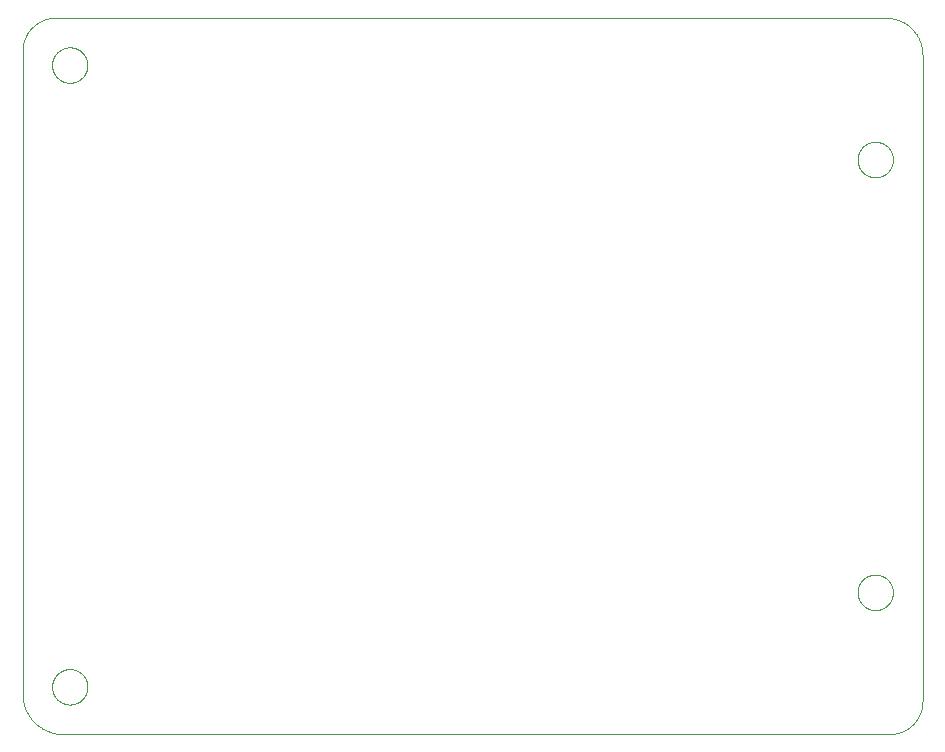
<source format=gko>
G75*
%MOIN*%
%OFA0B0*%
%FSLAX25Y25*%
%IPPOS*%
%LPD*%
%AMOC8*
5,1,8,0,0,1.08239X$1,22.5*
%
%ADD10C,0.00000*%
D10*
X0022500Y0029942D02*
X0022500Y0244322D01*
X0022503Y0244586D01*
X0022513Y0244850D01*
X0022529Y0245113D01*
X0022551Y0245377D01*
X0022580Y0245639D01*
X0022615Y0245901D01*
X0022656Y0246161D01*
X0022704Y0246421D01*
X0022757Y0246680D01*
X0022817Y0246937D01*
X0022884Y0247192D01*
X0022956Y0247446D01*
X0023035Y0247698D01*
X0023119Y0247948D01*
X0023210Y0248196D01*
X0023307Y0248442D01*
X0023409Y0248685D01*
X0023517Y0248926D01*
X0023632Y0249164D01*
X0023752Y0249400D01*
X0023877Y0249632D01*
X0024008Y0249861D01*
X0024145Y0250087D01*
X0024287Y0250310D01*
X0024434Y0250529D01*
X0024587Y0250744D01*
X0024744Y0250956D01*
X0024907Y0251164D01*
X0025075Y0251368D01*
X0025248Y0251567D01*
X0025425Y0251763D01*
X0025607Y0251954D01*
X0025794Y0252141D01*
X0025985Y0252323D01*
X0026181Y0252500D01*
X0026380Y0252673D01*
X0026584Y0252841D01*
X0026792Y0253004D01*
X0027004Y0253161D01*
X0027219Y0253314D01*
X0027438Y0253461D01*
X0027661Y0253603D01*
X0027887Y0253740D01*
X0028116Y0253871D01*
X0028348Y0253996D01*
X0028584Y0254116D01*
X0028822Y0254231D01*
X0029063Y0254339D01*
X0029306Y0254441D01*
X0029552Y0254538D01*
X0029800Y0254629D01*
X0030050Y0254713D01*
X0030302Y0254792D01*
X0030556Y0254864D01*
X0030811Y0254931D01*
X0031068Y0254991D01*
X0031327Y0255044D01*
X0031587Y0255092D01*
X0031847Y0255133D01*
X0032109Y0255168D01*
X0032371Y0255197D01*
X0032635Y0255219D01*
X0032898Y0255235D01*
X0033162Y0255245D01*
X0033426Y0255248D01*
X0310270Y0255248D01*
X0310566Y0255244D01*
X0310861Y0255234D01*
X0311156Y0255216D01*
X0311450Y0255191D01*
X0311744Y0255159D01*
X0312037Y0255120D01*
X0312329Y0255073D01*
X0312620Y0255020D01*
X0312909Y0254960D01*
X0313197Y0254893D01*
X0313483Y0254818D01*
X0313767Y0254737D01*
X0314049Y0254649D01*
X0314329Y0254555D01*
X0314607Y0254453D01*
X0314882Y0254345D01*
X0315154Y0254230D01*
X0315424Y0254109D01*
X0315690Y0253981D01*
X0315954Y0253847D01*
X0316214Y0253707D01*
X0316470Y0253560D01*
X0316723Y0253407D01*
X0316972Y0253248D01*
X0317217Y0253083D01*
X0317459Y0252912D01*
X0317696Y0252736D01*
X0317928Y0252553D01*
X0318156Y0252366D01*
X0318380Y0252172D01*
X0318599Y0251974D01*
X0318813Y0251770D01*
X0319022Y0251561D01*
X0319226Y0251347D01*
X0319424Y0251128D01*
X0319618Y0250904D01*
X0319805Y0250676D01*
X0319988Y0250444D01*
X0320164Y0250207D01*
X0320335Y0249965D01*
X0320500Y0249720D01*
X0320659Y0249471D01*
X0320812Y0249218D01*
X0320959Y0248962D01*
X0321099Y0248702D01*
X0321233Y0248438D01*
X0321361Y0248172D01*
X0321482Y0247902D01*
X0321597Y0247630D01*
X0321705Y0247355D01*
X0321807Y0247077D01*
X0321901Y0246797D01*
X0321989Y0246515D01*
X0322070Y0246231D01*
X0322145Y0245945D01*
X0322212Y0245657D01*
X0322272Y0245368D01*
X0322325Y0245077D01*
X0322372Y0244785D01*
X0322411Y0244492D01*
X0322443Y0244198D01*
X0322468Y0243904D01*
X0322486Y0243609D01*
X0322496Y0243314D01*
X0322500Y0243018D01*
X0322500Y0027506D01*
X0322497Y0027240D01*
X0322487Y0026974D01*
X0322471Y0026709D01*
X0322449Y0026444D01*
X0322420Y0026179D01*
X0322385Y0025916D01*
X0322343Y0025653D01*
X0322295Y0025391D01*
X0322241Y0025131D01*
X0322180Y0024872D01*
X0322113Y0024615D01*
X0322040Y0024359D01*
X0321961Y0024105D01*
X0321876Y0023853D01*
X0321785Y0023603D01*
X0321687Y0023356D01*
X0321584Y0023111D01*
X0321475Y0022868D01*
X0321360Y0022628D01*
X0321239Y0022391D01*
X0321113Y0022157D01*
X0320981Y0021926D01*
X0320843Y0021699D01*
X0320700Y0021475D01*
X0320552Y0021254D01*
X0320398Y0021037D01*
X0320239Y0020824D01*
X0320075Y0020614D01*
X0319906Y0020409D01*
X0319732Y0020208D01*
X0319553Y0020011D01*
X0319370Y0019818D01*
X0319182Y0019630D01*
X0318989Y0019447D01*
X0318792Y0019268D01*
X0318591Y0019094D01*
X0318386Y0018925D01*
X0318176Y0018761D01*
X0317963Y0018602D01*
X0317746Y0018448D01*
X0317525Y0018300D01*
X0317301Y0018157D01*
X0317074Y0018019D01*
X0316843Y0017887D01*
X0316609Y0017761D01*
X0316372Y0017640D01*
X0316132Y0017525D01*
X0315889Y0017416D01*
X0315644Y0017313D01*
X0315397Y0017215D01*
X0315147Y0017124D01*
X0314895Y0017039D01*
X0314641Y0016960D01*
X0314385Y0016887D01*
X0314128Y0016820D01*
X0313869Y0016759D01*
X0313609Y0016705D01*
X0313347Y0016657D01*
X0313084Y0016615D01*
X0312821Y0016580D01*
X0312556Y0016551D01*
X0312291Y0016529D01*
X0312026Y0016513D01*
X0311760Y0016503D01*
X0311494Y0016500D01*
X0035942Y0016500D01*
X0035617Y0016504D01*
X0035293Y0016516D01*
X0034968Y0016535D01*
X0034645Y0016563D01*
X0034322Y0016598D01*
X0034000Y0016641D01*
X0033679Y0016692D01*
X0033359Y0016750D01*
X0033041Y0016817D01*
X0032725Y0016891D01*
X0032411Y0016972D01*
X0032098Y0017061D01*
X0031788Y0017158D01*
X0031480Y0017262D01*
X0031175Y0017374D01*
X0030873Y0017492D01*
X0030574Y0017618D01*
X0030278Y0017752D01*
X0029985Y0017892D01*
X0029695Y0018040D01*
X0029409Y0018194D01*
X0029127Y0018355D01*
X0028849Y0018523D01*
X0028576Y0018698D01*
X0028306Y0018879D01*
X0028041Y0019067D01*
X0027781Y0019261D01*
X0027525Y0019462D01*
X0027274Y0019668D01*
X0027028Y0019881D01*
X0026788Y0020099D01*
X0026553Y0020323D01*
X0026323Y0020553D01*
X0026099Y0020788D01*
X0025881Y0021028D01*
X0025668Y0021274D01*
X0025462Y0021525D01*
X0025261Y0021781D01*
X0025067Y0022041D01*
X0024879Y0022306D01*
X0024698Y0022576D01*
X0024523Y0022849D01*
X0024355Y0023127D01*
X0024194Y0023409D01*
X0024040Y0023695D01*
X0023892Y0023985D01*
X0023752Y0024278D01*
X0023618Y0024574D01*
X0023492Y0024873D01*
X0023374Y0025175D01*
X0023262Y0025480D01*
X0023158Y0025788D01*
X0023061Y0026098D01*
X0022972Y0026411D01*
X0022891Y0026725D01*
X0022817Y0027041D01*
X0022750Y0027359D01*
X0022692Y0027679D01*
X0022641Y0028000D01*
X0022598Y0028322D01*
X0022563Y0028645D01*
X0022535Y0028968D01*
X0022516Y0029293D01*
X0022504Y0029617D01*
X0022500Y0029942D01*
X0032342Y0032248D02*
X0032344Y0032401D01*
X0032350Y0032555D01*
X0032360Y0032708D01*
X0032374Y0032860D01*
X0032392Y0033013D01*
X0032414Y0033164D01*
X0032439Y0033315D01*
X0032469Y0033466D01*
X0032503Y0033616D01*
X0032540Y0033764D01*
X0032581Y0033912D01*
X0032626Y0034058D01*
X0032675Y0034204D01*
X0032728Y0034348D01*
X0032784Y0034490D01*
X0032844Y0034631D01*
X0032908Y0034771D01*
X0032975Y0034909D01*
X0033046Y0035045D01*
X0033121Y0035179D01*
X0033198Y0035311D01*
X0033280Y0035441D01*
X0033364Y0035569D01*
X0033452Y0035695D01*
X0033543Y0035818D01*
X0033637Y0035939D01*
X0033735Y0036057D01*
X0033835Y0036173D01*
X0033939Y0036286D01*
X0034045Y0036397D01*
X0034154Y0036505D01*
X0034266Y0036610D01*
X0034380Y0036711D01*
X0034498Y0036810D01*
X0034617Y0036906D01*
X0034739Y0036999D01*
X0034864Y0037088D01*
X0034991Y0037175D01*
X0035120Y0037257D01*
X0035251Y0037337D01*
X0035384Y0037413D01*
X0035519Y0037486D01*
X0035656Y0037555D01*
X0035795Y0037620D01*
X0035935Y0037682D01*
X0036077Y0037740D01*
X0036220Y0037795D01*
X0036365Y0037846D01*
X0036511Y0037893D01*
X0036658Y0037936D01*
X0036806Y0037975D01*
X0036955Y0038011D01*
X0037105Y0038042D01*
X0037256Y0038070D01*
X0037407Y0038094D01*
X0037560Y0038114D01*
X0037712Y0038130D01*
X0037865Y0038142D01*
X0038018Y0038150D01*
X0038171Y0038154D01*
X0038325Y0038154D01*
X0038478Y0038150D01*
X0038631Y0038142D01*
X0038784Y0038130D01*
X0038936Y0038114D01*
X0039089Y0038094D01*
X0039240Y0038070D01*
X0039391Y0038042D01*
X0039541Y0038011D01*
X0039690Y0037975D01*
X0039838Y0037936D01*
X0039985Y0037893D01*
X0040131Y0037846D01*
X0040276Y0037795D01*
X0040419Y0037740D01*
X0040561Y0037682D01*
X0040701Y0037620D01*
X0040840Y0037555D01*
X0040977Y0037486D01*
X0041112Y0037413D01*
X0041245Y0037337D01*
X0041376Y0037257D01*
X0041505Y0037175D01*
X0041632Y0037088D01*
X0041757Y0036999D01*
X0041879Y0036906D01*
X0041998Y0036810D01*
X0042116Y0036711D01*
X0042230Y0036610D01*
X0042342Y0036505D01*
X0042451Y0036397D01*
X0042557Y0036286D01*
X0042661Y0036173D01*
X0042761Y0036057D01*
X0042859Y0035939D01*
X0042953Y0035818D01*
X0043044Y0035695D01*
X0043132Y0035569D01*
X0043216Y0035441D01*
X0043298Y0035311D01*
X0043375Y0035179D01*
X0043450Y0035045D01*
X0043521Y0034909D01*
X0043588Y0034771D01*
X0043652Y0034631D01*
X0043712Y0034490D01*
X0043768Y0034348D01*
X0043821Y0034204D01*
X0043870Y0034058D01*
X0043915Y0033912D01*
X0043956Y0033764D01*
X0043993Y0033616D01*
X0044027Y0033466D01*
X0044057Y0033315D01*
X0044082Y0033164D01*
X0044104Y0033013D01*
X0044122Y0032860D01*
X0044136Y0032708D01*
X0044146Y0032555D01*
X0044152Y0032401D01*
X0044154Y0032248D01*
X0044152Y0032095D01*
X0044146Y0031941D01*
X0044136Y0031788D01*
X0044122Y0031636D01*
X0044104Y0031483D01*
X0044082Y0031332D01*
X0044057Y0031181D01*
X0044027Y0031030D01*
X0043993Y0030880D01*
X0043956Y0030732D01*
X0043915Y0030584D01*
X0043870Y0030438D01*
X0043821Y0030292D01*
X0043768Y0030148D01*
X0043712Y0030006D01*
X0043652Y0029865D01*
X0043588Y0029725D01*
X0043521Y0029587D01*
X0043450Y0029451D01*
X0043375Y0029317D01*
X0043298Y0029185D01*
X0043216Y0029055D01*
X0043132Y0028927D01*
X0043044Y0028801D01*
X0042953Y0028678D01*
X0042859Y0028557D01*
X0042761Y0028439D01*
X0042661Y0028323D01*
X0042557Y0028210D01*
X0042451Y0028099D01*
X0042342Y0027991D01*
X0042230Y0027886D01*
X0042116Y0027785D01*
X0041998Y0027686D01*
X0041879Y0027590D01*
X0041757Y0027497D01*
X0041632Y0027408D01*
X0041505Y0027321D01*
X0041376Y0027239D01*
X0041245Y0027159D01*
X0041112Y0027083D01*
X0040977Y0027010D01*
X0040840Y0026941D01*
X0040701Y0026876D01*
X0040561Y0026814D01*
X0040419Y0026756D01*
X0040276Y0026701D01*
X0040131Y0026650D01*
X0039985Y0026603D01*
X0039838Y0026560D01*
X0039690Y0026521D01*
X0039541Y0026485D01*
X0039391Y0026454D01*
X0039240Y0026426D01*
X0039089Y0026402D01*
X0038936Y0026382D01*
X0038784Y0026366D01*
X0038631Y0026354D01*
X0038478Y0026346D01*
X0038325Y0026342D01*
X0038171Y0026342D01*
X0038018Y0026346D01*
X0037865Y0026354D01*
X0037712Y0026366D01*
X0037560Y0026382D01*
X0037407Y0026402D01*
X0037256Y0026426D01*
X0037105Y0026454D01*
X0036955Y0026485D01*
X0036806Y0026521D01*
X0036658Y0026560D01*
X0036511Y0026603D01*
X0036365Y0026650D01*
X0036220Y0026701D01*
X0036077Y0026756D01*
X0035935Y0026814D01*
X0035795Y0026876D01*
X0035656Y0026941D01*
X0035519Y0027010D01*
X0035384Y0027083D01*
X0035251Y0027159D01*
X0035120Y0027239D01*
X0034991Y0027321D01*
X0034864Y0027408D01*
X0034739Y0027497D01*
X0034617Y0027590D01*
X0034498Y0027686D01*
X0034380Y0027785D01*
X0034266Y0027886D01*
X0034154Y0027991D01*
X0034045Y0028099D01*
X0033939Y0028210D01*
X0033835Y0028323D01*
X0033735Y0028439D01*
X0033637Y0028557D01*
X0033543Y0028678D01*
X0033452Y0028801D01*
X0033364Y0028927D01*
X0033280Y0029055D01*
X0033198Y0029185D01*
X0033121Y0029317D01*
X0033046Y0029451D01*
X0032975Y0029587D01*
X0032908Y0029725D01*
X0032844Y0029865D01*
X0032784Y0030006D01*
X0032728Y0030148D01*
X0032675Y0030292D01*
X0032626Y0030438D01*
X0032581Y0030584D01*
X0032540Y0030732D01*
X0032503Y0030880D01*
X0032469Y0031030D01*
X0032439Y0031181D01*
X0032414Y0031332D01*
X0032392Y0031483D01*
X0032374Y0031636D01*
X0032360Y0031788D01*
X0032350Y0031941D01*
X0032344Y0032095D01*
X0032342Y0032248D01*
X0032342Y0239500D02*
X0032344Y0239653D01*
X0032350Y0239807D01*
X0032360Y0239960D01*
X0032374Y0240112D01*
X0032392Y0240265D01*
X0032414Y0240416D01*
X0032439Y0240567D01*
X0032469Y0240718D01*
X0032503Y0240868D01*
X0032540Y0241016D01*
X0032581Y0241164D01*
X0032626Y0241310D01*
X0032675Y0241456D01*
X0032728Y0241600D01*
X0032784Y0241742D01*
X0032844Y0241883D01*
X0032908Y0242023D01*
X0032975Y0242161D01*
X0033046Y0242297D01*
X0033121Y0242431D01*
X0033198Y0242563D01*
X0033280Y0242693D01*
X0033364Y0242821D01*
X0033452Y0242947D01*
X0033543Y0243070D01*
X0033637Y0243191D01*
X0033735Y0243309D01*
X0033835Y0243425D01*
X0033939Y0243538D01*
X0034045Y0243649D01*
X0034154Y0243757D01*
X0034266Y0243862D01*
X0034380Y0243963D01*
X0034498Y0244062D01*
X0034617Y0244158D01*
X0034739Y0244251D01*
X0034864Y0244340D01*
X0034991Y0244427D01*
X0035120Y0244509D01*
X0035251Y0244589D01*
X0035384Y0244665D01*
X0035519Y0244738D01*
X0035656Y0244807D01*
X0035795Y0244872D01*
X0035935Y0244934D01*
X0036077Y0244992D01*
X0036220Y0245047D01*
X0036365Y0245098D01*
X0036511Y0245145D01*
X0036658Y0245188D01*
X0036806Y0245227D01*
X0036955Y0245263D01*
X0037105Y0245294D01*
X0037256Y0245322D01*
X0037407Y0245346D01*
X0037560Y0245366D01*
X0037712Y0245382D01*
X0037865Y0245394D01*
X0038018Y0245402D01*
X0038171Y0245406D01*
X0038325Y0245406D01*
X0038478Y0245402D01*
X0038631Y0245394D01*
X0038784Y0245382D01*
X0038936Y0245366D01*
X0039089Y0245346D01*
X0039240Y0245322D01*
X0039391Y0245294D01*
X0039541Y0245263D01*
X0039690Y0245227D01*
X0039838Y0245188D01*
X0039985Y0245145D01*
X0040131Y0245098D01*
X0040276Y0245047D01*
X0040419Y0244992D01*
X0040561Y0244934D01*
X0040701Y0244872D01*
X0040840Y0244807D01*
X0040977Y0244738D01*
X0041112Y0244665D01*
X0041245Y0244589D01*
X0041376Y0244509D01*
X0041505Y0244427D01*
X0041632Y0244340D01*
X0041757Y0244251D01*
X0041879Y0244158D01*
X0041998Y0244062D01*
X0042116Y0243963D01*
X0042230Y0243862D01*
X0042342Y0243757D01*
X0042451Y0243649D01*
X0042557Y0243538D01*
X0042661Y0243425D01*
X0042761Y0243309D01*
X0042859Y0243191D01*
X0042953Y0243070D01*
X0043044Y0242947D01*
X0043132Y0242821D01*
X0043216Y0242693D01*
X0043298Y0242563D01*
X0043375Y0242431D01*
X0043450Y0242297D01*
X0043521Y0242161D01*
X0043588Y0242023D01*
X0043652Y0241883D01*
X0043712Y0241742D01*
X0043768Y0241600D01*
X0043821Y0241456D01*
X0043870Y0241310D01*
X0043915Y0241164D01*
X0043956Y0241016D01*
X0043993Y0240868D01*
X0044027Y0240718D01*
X0044057Y0240567D01*
X0044082Y0240416D01*
X0044104Y0240265D01*
X0044122Y0240112D01*
X0044136Y0239960D01*
X0044146Y0239807D01*
X0044152Y0239653D01*
X0044154Y0239500D01*
X0044152Y0239347D01*
X0044146Y0239193D01*
X0044136Y0239040D01*
X0044122Y0238888D01*
X0044104Y0238735D01*
X0044082Y0238584D01*
X0044057Y0238433D01*
X0044027Y0238282D01*
X0043993Y0238132D01*
X0043956Y0237984D01*
X0043915Y0237836D01*
X0043870Y0237690D01*
X0043821Y0237544D01*
X0043768Y0237400D01*
X0043712Y0237258D01*
X0043652Y0237117D01*
X0043588Y0236977D01*
X0043521Y0236839D01*
X0043450Y0236703D01*
X0043375Y0236569D01*
X0043298Y0236437D01*
X0043216Y0236307D01*
X0043132Y0236179D01*
X0043044Y0236053D01*
X0042953Y0235930D01*
X0042859Y0235809D01*
X0042761Y0235691D01*
X0042661Y0235575D01*
X0042557Y0235462D01*
X0042451Y0235351D01*
X0042342Y0235243D01*
X0042230Y0235138D01*
X0042116Y0235037D01*
X0041998Y0234938D01*
X0041879Y0234842D01*
X0041757Y0234749D01*
X0041632Y0234660D01*
X0041505Y0234573D01*
X0041376Y0234491D01*
X0041245Y0234411D01*
X0041112Y0234335D01*
X0040977Y0234262D01*
X0040840Y0234193D01*
X0040701Y0234128D01*
X0040561Y0234066D01*
X0040419Y0234008D01*
X0040276Y0233953D01*
X0040131Y0233902D01*
X0039985Y0233855D01*
X0039838Y0233812D01*
X0039690Y0233773D01*
X0039541Y0233737D01*
X0039391Y0233706D01*
X0039240Y0233678D01*
X0039089Y0233654D01*
X0038936Y0233634D01*
X0038784Y0233618D01*
X0038631Y0233606D01*
X0038478Y0233598D01*
X0038325Y0233594D01*
X0038171Y0233594D01*
X0038018Y0233598D01*
X0037865Y0233606D01*
X0037712Y0233618D01*
X0037560Y0233634D01*
X0037407Y0233654D01*
X0037256Y0233678D01*
X0037105Y0233706D01*
X0036955Y0233737D01*
X0036806Y0233773D01*
X0036658Y0233812D01*
X0036511Y0233855D01*
X0036365Y0233902D01*
X0036220Y0233953D01*
X0036077Y0234008D01*
X0035935Y0234066D01*
X0035795Y0234128D01*
X0035656Y0234193D01*
X0035519Y0234262D01*
X0035384Y0234335D01*
X0035251Y0234411D01*
X0035120Y0234491D01*
X0034991Y0234573D01*
X0034864Y0234660D01*
X0034739Y0234749D01*
X0034617Y0234842D01*
X0034498Y0234938D01*
X0034380Y0235037D01*
X0034266Y0235138D01*
X0034154Y0235243D01*
X0034045Y0235351D01*
X0033939Y0235462D01*
X0033835Y0235575D01*
X0033735Y0235691D01*
X0033637Y0235809D01*
X0033543Y0235930D01*
X0033452Y0236053D01*
X0033364Y0236179D01*
X0033280Y0236307D01*
X0033198Y0236437D01*
X0033121Y0236569D01*
X0033046Y0236703D01*
X0032975Y0236839D01*
X0032908Y0236977D01*
X0032844Y0237117D01*
X0032784Y0237258D01*
X0032728Y0237400D01*
X0032675Y0237544D01*
X0032626Y0237690D01*
X0032581Y0237836D01*
X0032540Y0237984D01*
X0032503Y0238132D01*
X0032469Y0238282D01*
X0032439Y0238433D01*
X0032414Y0238584D01*
X0032392Y0238735D01*
X0032374Y0238888D01*
X0032360Y0239040D01*
X0032350Y0239193D01*
X0032344Y0239347D01*
X0032342Y0239500D01*
X0300846Y0208004D02*
X0300848Y0208157D01*
X0300854Y0208311D01*
X0300864Y0208464D01*
X0300878Y0208616D01*
X0300896Y0208769D01*
X0300918Y0208920D01*
X0300943Y0209071D01*
X0300973Y0209222D01*
X0301007Y0209372D01*
X0301044Y0209520D01*
X0301085Y0209668D01*
X0301130Y0209814D01*
X0301179Y0209960D01*
X0301232Y0210104D01*
X0301288Y0210246D01*
X0301348Y0210387D01*
X0301412Y0210527D01*
X0301479Y0210665D01*
X0301550Y0210801D01*
X0301625Y0210935D01*
X0301702Y0211067D01*
X0301784Y0211197D01*
X0301868Y0211325D01*
X0301956Y0211451D01*
X0302047Y0211574D01*
X0302141Y0211695D01*
X0302239Y0211813D01*
X0302339Y0211929D01*
X0302443Y0212042D01*
X0302549Y0212153D01*
X0302658Y0212261D01*
X0302770Y0212366D01*
X0302884Y0212467D01*
X0303002Y0212566D01*
X0303121Y0212662D01*
X0303243Y0212755D01*
X0303368Y0212844D01*
X0303495Y0212931D01*
X0303624Y0213013D01*
X0303755Y0213093D01*
X0303888Y0213169D01*
X0304023Y0213242D01*
X0304160Y0213311D01*
X0304299Y0213376D01*
X0304439Y0213438D01*
X0304581Y0213496D01*
X0304724Y0213551D01*
X0304869Y0213602D01*
X0305015Y0213649D01*
X0305162Y0213692D01*
X0305310Y0213731D01*
X0305459Y0213767D01*
X0305609Y0213798D01*
X0305760Y0213826D01*
X0305911Y0213850D01*
X0306064Y0213870D01*
X0306216Y0213886D01*
X0306369Y0213898D01*
X0306522Y0213906D01*
X0306675Y0213910D01*
X0306829Y0213910D01*
X0306982Y0213906D01*
X0307135Y0213898D01*
X0307288Y0213886D01*
X0307440Y0213870D01*
X0307593Y0213850D01*
X0307744Y0213826D01*
X0307895Y0213798D01*
X0308045Y0213767D01*
X0308194Y0213731D01*
X0308342Y0213692D01*
X0308489Y0213649D01*
X0308635Y0213602D01*
X0308780Y0213551D01*
X0308923Y0213496D01*
X0309065Y0213438D01*
X0309205Y0213376D01*
X0309344Y0213311D01*
X0309481Y0213242D01*
X0309616Y0213169D01*
X0309749Y0213093D01*
X0309880Y0213013D01*
X0310009Y0212931D01*
X0310136Y0212844D01*
X0310261Y0212755D01*
X0310383Y0212662D01*
X0310502Y0212566D01*
X0310620Y0212467D01*
X0310734Y0212366D01*
X0310846Y0212261D01*
X0310955Y0212153D01*
X0311061Y0212042D01*
X0311165Y0211929D01*
X0311265Y0211813D01*
X0311363Y0211695D01*
X0311457Y0211574D01*
X0311548Y0211451D01*
X0311636Y0211325D01*
X0311720Y0211197D01*
X0311802Y0211067D01*
X0311879Y0210935D01*
X0311954Y0210801D01*
X0312025Y0210665D01*
X0312092Y0210527D01*
X0312156Y0210387D01*
X0312216Y0210246D01*
X0312272Y0210104D01*
X0312325Y0209960D01*
X0312374Y0209814D01*
X0312419Y0209668D01*
X0312460Y0209520D01*
X0312497Y0209372D01*
X0312531Y0209222D01*
X0312561Y0209071D01*
X0312586Y0208920D01*
X0312608Y0208769D01*
X0312626Y0208616D01*
X0312640Y0208464D01*
X0312650Y0208311D01*
X0312656Y0208157D01*
X0312658Y0208004D01*
X0312656Y0207851D01*
X0312650Y0207697D01*
X0312640Y0207544D01*
X0312626Y0207392D01*
X0312608Y0207239D01*
X0312586Y0207088D01*
X0312561Y0206937D01*
X0312531Y0206786D01*
X0312497Y0206636D01*
X0312460Y0206488D01*
X0312419Y0206340D01*
X0312374Y0206194D01*
X0312325Y0206048D01*
X0312272Y0205904D01*
X0312216Y0205762D01*
X0312156Y0205621D01*
X0312092Y0205481D01*
X0312025Y0205343D01*
X0311954Y0205207D01*
X0311879Y0205073D01*
X0311802Y0204941D01*
X0311720Y0204811D01*
X0311636Y0204683D01*
X0311548Y0204557D01*
X0311457Y0204434D01*
X0311363Y0204313D01*
X0311265Y0204195D01*
X0311165Y0204079D01*
X0311061Y0203966D01*
X0310955Y0203855D01*
X0310846Y0203747D01*
X0310734Y0203642D01*
X0310620Y0203541D01*
X0310502Y0203442D01*
X0310383Y0203346D01*
X0310261Y0203253D01*
X0310136Y0203164D01*
X0310009Y0203077D01*
X0309880Y0202995D01*
X0309749Y0202915D01*
X0309616Y0202839D01*
X0309481Y0202766D01*
X0309344Y0202697D01*
X0309205Y0202632D01*
X0309065Y0202570D01*
X0308923Y0202512D01*
X0308780Y0202457D01*
X0308635Y0202406D01*
X0308489Y0202359D01*
X0308342Y0202316D01*
X0308194Y0202277D01*
X0308045Y0202241D01*
X0307895Y0202210D01*
X0307744Y0202182D01*
X0307593Y0202158D01*
X0307440Y0202138D01*
X0307288Y0202122D01*
X0307135Y0202110D01*
X0306982Y0202102D01*
X0306829Y0202098D01*
X0306675Y0202098D01*
X0306522Y0202102D01*
X0306369Y0202110D01*
X0306216Y0202122D01*
X0306064Y0202138D01*
X0305911Y0202158D01*
X0305760Y0202182D01*
X0305609Y0202210D01*
X0305459Y0202241D01*
X0305310Y0202277D01*
X0305162Y0202316D01*
X0305015Y0202359D01*
X0304869Y0202406D01*
X0304724Y0202457D01*
X0304581Y0202512D01*
X0304439Y0202570D01*
X0304299Y0202632D01*
X0304160Y0202697D01*
X0304023Y0202766D01*
X0303888Y0202839D01*
X0303755Y0202915D01*
X0303624Y0202995D01*
X0303495Y0203077D01*
X0303368Y0203164D01*
X0303243Y0203253D01*
X0303121Y0203346D01*
X0303002Y0203442D01*
X0302884Y0203541D01*
X0302770Y0203642D01*
X0302658Y0203747D01*
X0302549Y0203855D01*
X0302443Y0203966D01*
X0302339Y0204079D01*
X0302239Y0204195D01*
X0302141Y0204313D01*
X0302047Y0204434D01*
X0301956Y0204557D01*
X0301868Y0204683D01*
X0301784Y0204811D01*
X0301702Y0204941D01*
X0301625Y0205073D01*
X0301550Y0205207D01*
X0301479Y0205343D01*
X0301412Y0205481D01*
X0301348Y0205621D01*
X0301288Y0205762D01*
X0301232Y0205904D01*
X0301179Y0206048D01*
X0301130Y0206194D01*
X0301085Y0206340D01*
X0301044Y0206488D01*
X0301007Y0206636D01*
X0300973Y0206786D01*
X0300943Y0206937D01*
X0300918Y0207088D01*
X0300896Y0207239D01*
X0300878Y0207392D01*
X0300864Y0207544D01*
X0300854Y0207697D01*
X0300848Y0207851D01*
X0300846Y0208004D01*
X0300846Y0063744D02*
X0300848Y0063897D01*
X0300854Y0064051D01*
X0300864Y0064204D01*
X0300878Y0064356D01*
X0300896Y0064509D01*
X0300918Y0064660D01*
X0300943Y0064811D01*
X0300973Y0064962D01*
X0301007Y0065112D01*
X0301044Y0065260D01*
X0301085Y0065408D01*
X0301130Y0065554D01*
X0301179Y0065700D01*
X0301232Y0065844D01*
X0301288Y0065986D01*
X0301348Y0066127D01*
X0301412Y0066267D01*
X0301479Y0066405D01*
X0301550Y0066541D01*
X0301625Y0066675D01*
X0301702Y0066807D01*
X0301784Y0066937D01*
X0301868Y0067065D01*
X0301956Y0067191D01*
X0302047Y0067314D01*
X0302141Y0067435D01*
X0302239Y0067553D01*
X0302339Y0067669D01*
X0302443Y0067782D01*
X0302549Y0067893D01*
X0302658Y0068001D01*
X0302770Y0068106D01*
X0302884Y0068207D01*
X0303002Y0068306D01*
X0303121Y0068402D01*
X0303243Y0068495D01*
X0303368Y0068584D01*
X0303495Y0068671D01*
X0303624Y0068753D01*
X0303755Y0068833D01*
X0303888Y0068909D01*
X0304023Y0068982D01*
X0304160Y0069051D01*
X0304299Y0069116D01*
X0304439Y0069178D01*
X0304581Y0069236D01*
X0304724Y0069291D01*
X0304869Y0069342D01*
X0305015Y0069389D01*
X0305162Y0069432D01*
X0305310Y0069471D01*
X0305459Y0069507D01*
X0305609Y0069538D01*
X0305760Y0069566D01*
X0305911Y0069590D01*
X0306064Y0069610D01*
X0306216Y0069626D01*
X0306369Y0069638D01*
X0306522Y0069646D01*
X0306675Y0069650D01*
X0306829Y0069650D01*
X0306982Y0069646D01*
X0307135Y0069638D01*
X0307288Y0069626D01*
X0307440Y0069610D01*
X0307593Y0069590D01*
X0307744Y0069566D01*
X0307895Y0069538D01*
X0308045Y0069507D01*
X0308194Y0069471D01*
X0308342Y0069432D01*
X0308489Y0069389D01*
X0308635Y0069342D01*
X0308780Y0069291D01*
X0308923Y0069236D01*
X0309065Y0069178D01*
X0309205Y0069116D01*
X0309344Y0069051D01*
X0309481Y0068982D01*
X0309616Y0068909D01*
X0309749Y0068833D01*
X0309880Y0068753D01*
X0310009Y0068671D01*
X0310136Y0068584D01*
X0310261Y0068495D01*
X0310383Y0068402D01*
X0310502Y0068306D01*
X0310620Y0068207D01*
X0310734Y0068106D01*
X0310846Y0068001D01*
X0310955Y0067893D01*
X0311061Y0067782D01*
X0311165Y0067669D01*
X0311265Y0067553D01*
X0311363Y0067435D01*
X0311457Y0067314D01*
X0311548Y0067191D01*
X0311636Y0067065D01*
X0311720Y0066937D01*
X0311802Y0066807D01*
X0311879Y0066675D01*
X0311954Y0066541D01*
X0312025Y0066405D01*
X0312092Y0066267D01*
X0312156Y0066127D01*
X0312216Y0065986D01*
X0312272Y0065844D01*
X0312325Y0065700D01*
X0312374Y0065554D01*
X0312419Y0065408D01*
X0312460Y0065260D01*
X0312497Y0065112D01*
X0312531Y0064962D01*
X0312561Y0064811D01*
X0312586Y0064660D01*
X0312608Y0064509D01*
X0312626Y0064356D01*
X0312640Y0064204D01*
X0312650Y0064051D01*
X0312656Y0063897D01*
X0312658Y0063744D01*
X0312656Y0063591D01*
X0312650Y0063437D01*
X0312640Y0063284D01*
X0312626Y0063132D01*
X0312608Y0062979D01*
X0312586Y0062828D01*
X0312561Y0062677D01*
X0312531Y0062526D01*
X0312497Y0062376D01*
X0312460Y0062228D01*
X0312419Y0062080D01*
X0312374Y0061934D01*
X0312325Y0061788D01*
X0312272Y0061644D01*
X0312216Y0061502D01*
X0312156Y0061361D01*
X0312092Y0061221D01*
X0312025Y0061083D01*
X0311954Y0060947D01*
X0311879Y0060813D01*
X0311802Y0060681D01*
X0311720Y0060551D01*
X0311636Y0060423D01*
X0311548Y0060297D01*
X0311457Y0060174D01*
X0311363Y0060053D01*
X0311265Y0059935D01*
X0311165Y0059819D01*
X0311061Y0059706D01*
X0310955Y0059595D01*
X0310846Y0059487D01*
X0310734Y0059382D01*
X0310620Y0059281D01*
X0310502Y0059182D01*
X0310383Y0059086D01*
X0310261Y0058993D01*
X0310136Y0058904D01*
X0310009Y0058817D01*
X0309880Y0058735D01*
X0309749Y0058655D01*
X0309616Y0058579D01*
X0309481Y0058506D01*
X0309344Y0058437D01*
X0309205Y0058372D01*
X0309065Y0058310D01*
X0308923Y0058252D01*
X0308780Y0058197D01*
X0308635Y0058146D01*
X0308489Y0058099D01*
X0308342Y0058056D01*
X0308194Y0058017D01*
X0308045Y0057981D01*
X0307895Y0057950D01*
X0307744Y0057922D01*
X0307593Y0057898D01*
X0307440Y0057878D01*
X0307288Y0057862D01*
X0307135Y0057850D01*
X0306982Y0057842D01*
X0306829Y0057838D01*
X0306675Y0057838D01*
X0306522Y0057842D01*
X0306369Y0057850D01*
X0306216Y0057862D01*
X0306064Y0057878D01*
X0305911Y0057898D01*
X0305760Y0057922D01*
X0305609Y0057950D01*
X0305459Y0057981D01*
X0305310Y0058017D01*
X0305162Y0058056D01*
X0305015Y0058099D01*
X0304869Y0058146D01*
X0304724Y0058197D01*
X0304581Y0058252D01*
X0304439Y0058310D01*
X0304299Y0058372D01*
X0304160Y0058437D01*
X0304023Y0058506D01*
X0303888Y0058579D01*
X0303755Y0058655D01*
X0303624Y0058735D01*
X0303495Y0058817D01*
X0303368Y0058904D01*
X0303243Y0058993D01*
X0303121Y0059086D01*
X0303002Y0059182D01*
X0302884Y0059281D01*
X0302770Y0059382D01*
X0302658Y0059487D01*
X0302549Y0059595D01*
X0302443Y0059706D01*
X0302339Y0059819D01*
X0302239Y0059935D01*
X0302141Y0060053D01*
X0302047Y0060174D01*
X0301956Y0060297D01*
X0301868Y0060423D01*
X0301784Y0060551D01*
X0301702Y0060681D01*
X0301625Y0060813D01*
X0301550Y0060947D01*
X0301479Y0061083D01*
X0301412Y0061221D01*
X0301348Y0061361D01*
X0301288Y0061502D01*
X0301232Y0061644D01*
X0301179Y0061788D01*
X0301130Y0061934D01*
X0301085Y0062080D01*
X0301044Y0062228D01*
X0301007Y0062376D01*
X0300973Y0062526D01*
X0300943Y0062677D01*
X0300918Y0062828D01*
X0300896Y0062979D01*
X0300878Y0063132D01*
X0300864Y0063284D01*
X0300854Y0063437D01*
X0300848Y0063591D01*
X0300846Y0063744D01*
M02*

</source>
